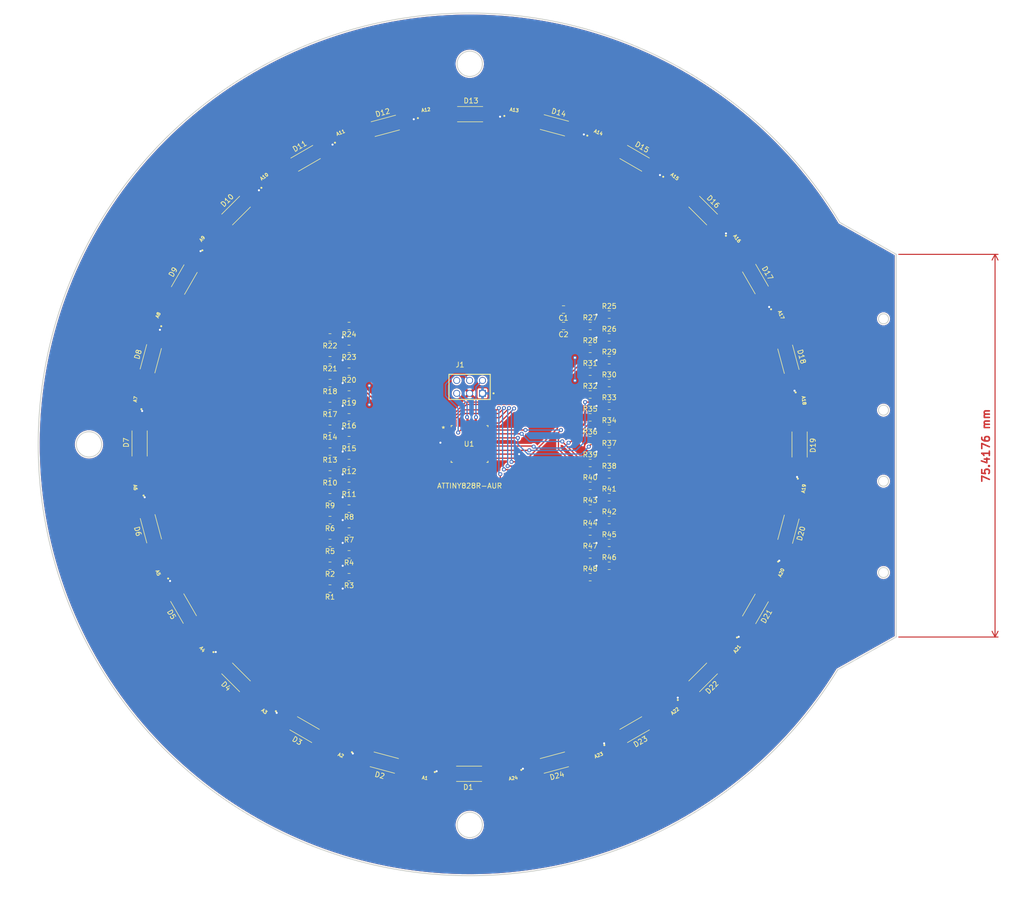
<source format=kicad_pcb>
(kicad_pcb (version 20211014) (generator pcbnew)
  (layers (0 "F.Cu" signal) (31 "B.Cu" signal) (34 "B.Paste" user) (35 "F.Paste" user) (36 "B.SilkS" user "B.Silkscreen") (37 "F.SilkS" user "F.Silkscreen") (38 "B.Mask" user) (39 "F.Mask" user) (44 "Edge.Cuts" user))
  (net 0 "")
  (net 1 "+5V")
  (net 2 "/SEN1")
  (net 3 "/SEN2")
  (net 4 "/SEN3")
  (net 5 "/SEN4")
  (net 6 "/SEN5")
  (net 7 "/SEN6")
  (net 8 "/SEN7")
  (net 9 "/SEN8")
  (net 10 "/SEN9")
  (net 11 "/SEN10")
  (net 12 "/SEN11")
  (net 13 "/SEN12")
  (net 14 "/SEN13")
  (net 15 "/SEN14")
  (net 16 "/SEN15")
  (net 17 "/SEN16")
  (net 18 "/SEN17")
  (net 19 "/SEN18")
  (net 20 "/SEN19")
  (net 21 "/SEN20")
  (net 22 "/SEN21")
  (net 23 "/SEN22")
  (net 24 "/SEN23")
  (net 25 "/SEN24")
  (net 26 "GND")
  (net 27 "Net-(D1-PadA)")
  (net 28 "Net-(D2-PadA)")
  (net 29 "Net-(D3-PadA)")
  (net 30 "Net-(D4-PadA)")
  (net 31 "Net-(D5-PadA)")
  (net 32 "Net-(D6-PadA)")
  (net 33 "Net-(D7-PadA)")
  (net 34 "Net-(D8-PadA)")
  (net 35 "Net-(D9-PadA)")
  (net 36 "Net-(D10-PadA)")
  (net 37 "Net-(D11-PadA)")
  (net 38 "Net-(D12-PadA)")
  (net 39 "Net-(D13-PadA)")
  (net 40 "Net-(D14-PadA)")
  (net 41 "Net-(D15-PadA)")
  (net 42 "Net-(D16-PadA)")
  (net 43 "Net-(D17-PadA)")
  (net 44 "Net-(D18-PadA)")
  (net 45 "Net-(D19-PadA)")
  (net 46 "Net-(D20-PadA)")
  (net 47 "Net-(D21-PadA)")
  (net 48 "Net-(D22-PadA)")
  (net 49 "Net-(D23-PadA)")
  (net 50 "Net-(D24-PadA)")
  (net 51 "/SDA{slash}MOSI")
  (net 52 "/SCL")
  (net 53 "/RST")
  (footprint "SPMWHT541ML5XATMS6:LED_SPMWHT541MP5WAPKS4" (layer "F.Cu") (at 233 196.8 -150)
    (fp_text reference "D23")
    (fp_text value "SPMWHT541ML5XATMS6")
  )
  (footprint "SPMWHT541ML5XATMS6:LED_SPMWHT541MP5WAPKS4" (layer "F.Cu") (at 168 196.8 150)
    (fp_text reference "D3")
    (fp_text value "SPMWHT541ML5XATMS6")
  )
  (footprint "ALS-PT19-315C_L177_TR8:XDCR_ALS-PT19-315C_L177_TR8" (layer "F.Cu") (at 240.025 88.9 -37.5)
    (fp_text reference "A15")
    (fp_text value "ALS-PT19-315C/L177/TR8")
  )
  (footprint "ALS-PT19-315C_L177_TR8:XDCR_ALS-PT19-315C_L177_TR8" (layer "F.Cu") (at 252.05 100.85 -52.5)
    (fp_text reference "A16")
    (fp_text value "ALS-PT19-315C/L177/TR8")
  )
  (footprint "Resistor_SMD:R_0805_2012Metric_Pad1.20x1.40mm_HandSolder" (layer "F.Cu") (at 176.75 144.25 180)
    (fp_text reference "R12")
    (fp_text value "10K")
  )
  (footprint "SPMWHT541ML5XATMS6:LED_SPMWHT541MP5WAPKS4" (layer "F.Cu") (at 217.2 77.7 -15)
    (fp_text reference "D14")
    (fp_text value "SPMWHT541ML5XATMS6")
  )
  (footprint "SPMWHT541ML5XATMS6:LED_SPMWHT541MP5WAPKS4" (layer "F.Cu") (at 263.3 123.8 -75)
    (fp_text reference "D18")
    (fp_text value "SPMWHT541ML5XATMS6")
  )
  (footprint "Resistor_SMD:R_0805_2012Metric_Pad1.20x1.40mm_HandSolder" (layer "F.Cu") (at 173 155.5 180)
    (fp_text reference "R6")
    (fp_text value "261R")
  )
  (footprint "Resistor_SMD:R_0805_2012Metric_Pad1.20x1.40mm_HandSolder" (layer "F.Cu") (at 228 155.5)
    (fp_text reference "R42")
    (fp_text value "261R")
  )
  (footprint "SPMWHT541ML5XATMS6:LED_SPMWHT541MP5WAPKS4" (layer "F.Cu") (at 168.2 84.2 30)
    (fp_text reference "D11")
    (fp_text value "SPMWHT541ML5XATMS6")
  )
  (footprint "Resistor_SMD:R_0805_2012Metric_Pad1.20x1.40mm_HandSolder" (layer "F.Cu") (at 173 164.5 180)
    (fp_text reference "R2")
    (fp_text value "261R")
  )
  (footprint "SPMWHT541ML5XATMS6:LED_SPMWHT541MP5WAPKS4" (layer "F.Cu") (at 154.497918 186.497918 135)
    (fp_text reference "D4")
    (fp_text value "SPMWHT541ML5XATMS6")
  )
  (footprint "SPMWHT541ML5XATMS6:LED_SPMWHT541MP5WAPKS4" (layer "F.Cu") (at 183.7 203.3 165)
    (fp_text reference "D2")
    (fp_text value "SPMWHT541ML5XATMS6")
  )
  (footprint "Resistor_SMD:R_0805_2012Metric_Pad1.20x1.40mm_HandSolder" (layer "F.Cu") (at 224.25 153.25)
    (fp_text reference "R43")
    (fp_text value "10K")
  )
  (footprint "ALS-PT19-315C_L177_TR8:XDCR_ALS-PT19-315C_L177_TR8" (layer "F.Cu") (at 192.05 76.05 7.5)
    (fp_text reference "A12")
    (fp_text value "ALS-PT19-315C/L177/TR8")
  )
  (footprint "SPMWHT541ML5XATMS6:LED_SPMWHT541MP5WAPKS4" (layer "F.Cu") (at 200.4 205.5 180)
    (fp_text reference "D1")
    (fp_text value "SPMWHT541ML5XATMS6")
  )
  (footprint "Resistor_SMD:R_0805_2012Metric_Pad1.20x1.40mm_HandSolder" (layer "F.Cu") (at 173 128.5 180)
    (fp_text reference "R18")
    (fp_text value "261R")
  )
  (footprint "Resistor_SMD:R_0805_2012Metric_Pad1.20x1.40mm_HandSolder" (layer "F.Cu") (at 176.75 130.75 180)
    (fp_text reference "R19")
    (fp_text value "10K")
  )
  (footprint "Resistor_SMD:R_0805_2012Metric_Pad1.20x1.40mm_HandSolder" (layer "F.Cu") (at 228 164.5)
    (fp_text reference "R46")
    (fp_text value "261R")
  )
  (footprint "SPMWHT541ML5XATMS6:LED_SPMWHT541MP5WAPKS4" (layer "F.Cu") (at 144.3 108.1 60)
    (fp_text reference "D9")
    (fp_text value "SPMWHT541ML5XATMS6")
  )
  (footprint "SPMWHT541ML5XATMS6:LED_SPMWHT541MP5WAPKS4" (layer "F.Cu") (at 144.15 172.940192 120)
    (fp_text reference "D5")
    (fp_text value "SPMWHT541ML5XATMS6")
  )
  (footprint "SPMWHT541ML5XATMS6:LED_SPMWHT541MP5WAPKS4" (layer "F.Cu") (at 265.5 140.6 -90)
    (fp_text reference "D19")
    (fp_text value "SPMWHT541ML5XATMS6")
  )
  (footprint "SPMWHT541ML5XATMS6:LED_SPMWHT541MP5WAPKS4" (layer "F.Cu") (at 135.5 140.4 90)
    (fp_text reference "D7")
    (fp_text value "SPMWHT541ML5XATMS6")
  )
  (footprint "Resistor_SMD:R_0805_2012Metric_Pad1.20x1.40mm_HandSolder" (layer "F.Cu") (at 173 160 180)
    (fp_text reference "R5")
    (fp_text value "261R")
  )
  (footprint "ALS-PT19-315C_L177_TR8:XDCR_ALS-PT19-315C_L177_TR8" (layer "F.Cu") (at 191.91 204.93 172.5)
    (fp_text reference "A1")
    (fp_text value "ALS-PT19-315C/L177/TR8")
  )
  (footprint "Resistor_SMD:R_0805_2012Metric_Pad1.20x1.40mm_HandSolder" (layer "F.Cu") (at 173 133 180)
    (fp_text reference "R17")
    (fp_text value "261R")
  )
  (footprint "ALS-PT19-315C_L177_TR8:XDCR_ALS-PT19-315C_L177_TR8" (layer "F.Cu") (at 260.6 165.3 -112.5)
    (fp_text reference "A20")
    (fp_text value "ALS-PT19-315C/L177/TR8")
  )
  (footprint "Resistor_SMD:R_0805_2012Metric_Pad1.20x1.40mm_HandSolder" (layer "F.Cu") (at 228 115)
    (fp_text reference "R25")
    (fp_text value "261R")
  )
  (footprint "ALS-PT19-315C_L177_TR8:XDCR_ALS-PT19-315C_L177_TR8" (layer "F.Cu") (at 160.95 192.1 142.5)
    (fp_text reference "A3")
    (fp_text value "ALS-PT19-315C/L177/TR8")
  )
  (footprint "ALS-PT19-315C_L177_TR8:XDCR_ALS-PT19-315C_L177_TR8" (layer "F.Cu") (at 208.95 204.975 -172.5)
    (fp_text reference "A24")
    (fp_text value "ALS-PT19-315C/L177/TR8")
  )
  (footprint "ALS-PT19-315C_L177_TR8:XDCR_ALS-PT19-315C_L177_TR8" (layer "F.Cu") (at 260.55 115.575 -67.5)
    (fp_text reference "A17")
    (fp_text value "ALS-PT19-315C/L177/TR8")
  )
  (footprint "Resistor_SMD:R_0805_2012Metric_Pad1.20x1.40mm_HandSolder" (layer "F.Cu") (at 224.25 166.75)
    (fp_text reference "R48")
    (fp_text value "10K")
  )
  (footprint "SPMWHT541ML5XATMS6:LED_SPMWHT541MP5WAPKS4" (layer "F.Cu") (at 256.8 173 -120)
    (fp_text reference "D21")
    (fp_text value "SPMWHT541ML5XATMS6")
  )
  (footprint "Resistor_SMD:R_0805_2012Metric_Pad1.20x1.40mm_HandSolder" (layer "F.Cu") (at 176.75 139.75 180)
    (fp_text reference "R15")
    (fp_text value "10K")
  )
  (footprint "Resistor_SMD:R_0805_2012Metric_Pad1.20x1.40mm_HandSolder" (layer "F.Cu") (at 173 169 180)
    (fp_text reference "R1")
    (fp_text value "261R")
  )
  (footprint "Resistor_SMD:R_0805_2012Metric_Pad1.20x1.40mm_HandSolder" (layer "F.Cu") (at 224.25 135.25)
    (fp_text reference "R35")
    (fp_text value "10K")
  )
  (footprint "Resistor_SMD:R_0805_2012Metric_Pad1.20x1.40mm_HandSolder" (layer "F.Cu") (at 224.25 126.25)
    (fp_text reference "R31")
    (fp_text value "10K")
  )
  (footprint "ALS-PT19-315C_L177_TR8:XDCR_ALS-PT19-315C_L177_TR8" (layer "F.Cu") (at 160.875 88.95 37.5)
    (fp_text reference "A10")
    (fp_text value "ALS-PT19-315C/L177/TR8")
  )
  (footprint "Resistor_SMD:R_0805_2012Metric_Pad1.20x1.40mm_HandSolder" (layer "F.Cu") (at 173 146.5 180)
    (fp_text reference "R10")
    (fp_text value "261R")
  )
  (footprint "Resistor_SMD:R_0805_2012Metric_Pad1.20x1.40mm_HandSolder" (layer "F.Cu") (at 224.25 162.25)
    (fp_text reference "R47")
    (fp_text value "10K")
  )
  (footprint "SPMWHT541ML5XATMS6:LED_SPMWHT541MP5WAPKS4" (layer "F.Cu") (at 154.5 94.5 45)
    (fp_text reference "D10")
    (fp_text value "SPMWHT541ML5XATMS6")
  )
  (footprint "SPMWHT541ML5XATMS6:LED_SPMWHT541MP5WAPKS4" (layer "F.Cu") (at 137.7 123.7 75)
    (fp_text reference "D8")
    (fp_text value "SPMWHT541ML5XATMS6")
  )
  (footprint "ATTINY828R-AUR:TQFP32_9X9_MCH" (layer "F.Cu") (at 200.5 140.5)
    (fp_text reference "U1")
    (fp_text value "ATTINY828R-AUR")
  )
  (footprint "Resistor_SMD:R_0805_2012Metric_Pad1.20x1.40mm_HandSolder" (layer "F.Cu") (at 228 124)
    (fp_text reference "R29")
    (fp_text value "261R")
  )
  (footprint "Resistor_SMD:R_0805_2012Metric_Pad1.20x1.40mm_HandSolder" (layer "F.Cu") (at 176.75 135.25 180)
    (fp_text reference "R16")
    (fp_text value "10K")
  )
  (footprint "Resistor_SMD:R_0805_2012Metric_Pad1.20x1.40mm_HandSolder" (layer "F.Cu") (at 224.25 148.75)
    (fp_text reference "R40")
    (fp_text value "10K")
  )
  (footprint "ALS-PT19-315C_L177_TR8:XDCR_ALS-PT19-315C_L177_TR8" (layer "F.Cu") (at 136.05 148.925 97.5)
    (fp_text reference "A6")
    (fp_text value "ALS-PT19-315C/L177/TR8")
  )
  (footprint "Resistor_SMD:R_0805_2012Metric_Pad1.20x1.40mm_HandSolder" (layer "F.Cu") (at 224.25 157.75)
    (fp_text reference "R44")
    (fp_text value "10K")
  )
  (footprint "ALS-PT19-315C_L177_TR8:XDCR_ALS-PT19-315C_L177_TR8" (layer "F.Cu") (at 225.425 200.525 -157.5)
    (fp_text reference "A23")
    (fp_text value "ALS-PT19-315C/L177/TR8")
  )
  (footprint "Resistor_SMD:R_0805_2012Metric_Pad1.20x1.40mm_HandSolder" (layer "F.Cu") (at 224.25 117.25)
    (fp_text reference "R27")
    (fp_text value "10K")
  )
  (footprint "ALS-PT19-315C_L177_TR8:XDCR_ALS-PT19-315C_L177_TR8" (layer "F.Cu") (at 140.425 115.675 67.5)
    (fp_text reference "A8")
    (fp_text value "ALS-PT19-315C/L177/TR8")
  )
  (footprint "ALS-PT19-315C_L177_TR8:XDCR_ALS-PT19-315C_L177_TR8" (layer "F.Cu") (at 148.925 100.95 52.5)
    (fp_text reference "A9")
    (fp_text value "ALS-PT19-315C/L177/TR8")
  )
  (footprint "ALS-PT19-315C_L177_TR8:XDCR_ALS-PT19-315C_L177_TR8" (layer "F.Cu") (at 140.45 165.4 112.5)
    (fp_text reference "A5")
    (fp_text value "ALS-PT19-315C/L177/TR8")
  )
  (footprint "SPMWHT541ML5XATMS6:LED_SPMWHT541MP5WAPKS4" (layer "F.Cu") (at 200.6 75.5)
    (fp_text reference "D13")
    (fp_text value "SPMWHT541ML5XATMS6")
  )
  (footprint "SPMWHT541ML5XATMS6:LED_SPMWHT541MP5WAPKS4" (layer "F.Cu") (at 246.5 186.5 -135)
    (fp_text reference "D22")
    (fp_text value "SPMWHT541ML5XATMS6")
  )
  (footprint "Resistor_SMD:R_0805_2012Metric_Pad1.20x1.40mm_HandSolder" (layer "F.Cu") (at 228 151)
    (fp_text reference "R41")
    (fp_text value "261R")
  )
  (footprint "ALS-PT19-315C_L177_TR8:XDCR_ALS-PT19-315C_L177_TR8" (layer "F.Cu") (at 240.125 192.025 -142.5)
    (fp_text reference "A22")
    (fp_text value "ALS-PT19-315C/L177/TR8")
  )
  (footprint "ALS-PT19-315C_L177_TR8:XDCR_ALS-PT19-315C_L177_TR8" (layer "F.Cu") (at 225.3 80.4 -22.5)
    (fp_text reference "A14")
    (fp_text value "ALS-PT19-315C/L177/TR8")
  )
  (footprint "SPMWHT541ML5XATMS6:LED_SPMWHT541MP5WAPKS4" (layer "F.Cu") (at 263.3 157.3 -105)
    (fp_text reference "D20")
    (fp_text value "SPMWHT541ML5XATMS6")
  )
  (footprint "ALS-PT19-315C_L177_TR8:XDCR_ALS-PT19-315C_L177_TR8" (layer "F.Cu") (at 136.075 131.9 82.5)
    (fp_text reference "A7")
    (fp_text value "ALS-PT19-315C/L177/TR8")
  )
  (footprint "SPMWHT541ML5XATMS6:LED_SPMWHT541MP5WAPKS4" (layer "F.Cu") (at 183.9 77.8 15)
    (fp_text reference "D12")
    (fp_text value "SPMWHT541ML5XATMS6")
  )
  (footprint "Resistor_SMD:R_0805_2012Metric_Pad1.20x1.40mm_HandSolder" (layer "F.Cu") (at 228 160)
    (fp_text reference "R45")
    (fp_text value "261R")
  )
  (footprint "Capacitor_SMD:C_0805_2012Metric_Pad1.18x1.45mm_HandSolder" (layer "F.Cu") (at 219 117.25 180)
    (fp_text reference "C2")
    (fp_text value "0.1UF")
  )
  (footprint "Resistor_SMD:R_0805_2012Metric_Pad1.20x1.40mm_HandSolder" (layer "F.Cu") (at 224.25 139.75)
    (fp_text reference "R36")
    (fp_text value "10K")
  )
  (footprint "Resistor_SMD:R_0805_2012Metric_Pad1.20x1.40mm_HandSolder" (layer "F.Cu") (at 228 119.5)
    (fp_text reference "R26")
    (fp_text value "261R")
  )
  (footprint "Resistor_SMD:R_0805_2012Metric_Pad1.20x1.40mm_HandSolder" (layer "F.Cu") (at 173 142 180)
    (fp_text reference "R13")
    (fp_text value "261R")
  )
  (footprint "Resistor_SMD:R_0805_2012Metric_Pad1.20x1.40mm_HandSolder" (layer "F.Cu") (at 224.25 121.75)
    (fp_text reference "R28")
    (fp_text value "10K")
  )
  (footprint "Resistor_SMD:R_0805_2012Metric_Pad1.20x1.40mm_HandSolder" (layer "F.Cu") (at 173 119.5 180)
    (fp_text reference "R22")
    (fp_text value "261R")
  )
  (footprint "Resistor_SMD:R_0805_2012Metric_Pad1.20x1.40mm_HandSolder" (layer "F.Cu") (at 176.75 166.75 180)
    (fp_text reference "R3")
    (fp_text value "10K")
  )
  (footprint "SPMWHT541ML5XATMS6:LED_SPMWHT541MP5WAPKS4" (layer "F.Cu") (at 217.2 203.3 -165)
    (fp_text reference "D24")
    (fp_text value "SPMWHT541ML5XATMS6")
  )
  (footprint "Resistor_SMD:R_0805_2012Metric_Pad1.20x1.40mm_HandSolder" (layer "F.Cu") (at 228 146.5)
    (fp_text reference "R38")
    (fp_text value "261R")
  )
  (footprint "Resistor_SMD:R_0805_2012Metric_Pad1.20x1.40mm_HandSolder" (layer "F.Cu") (at 176.75 117.25 180)
    (fp_text reference "R24")
    (fp_text value "10K")
  )
  (footprint "Resistor_SMD:R_0805_2012Metric_Pad1.20x1.40mm_HandSolder" (layer "F.Cu") (at 228 128.5)
    (fp_text reference "R30")
    (fp_text value "261R")
  )
  (footprint "ALS-PT19-315C_L177_TR8:XDCR_ALS-PT19-315C_L177_TR8" (layer "F.Cu") (at 252.1 180.025 -127.5)
    (fp_text reference "A21")
    (fp_text value "ALS-PT19-315C/L177/TR8")
  )
  (footprint "Resistor_SMD:R_0805_2012Metric_Pad1.20x1.40mm_HandSolder" (layer "F.Cu") (at 176.75 157.75 180)
    (fp_text reference "R7")
    (fp_text value "10K")
  )
  (footprint "Resistor_SMD:R_0805_2012Metric_Pad1.20x1.40mm_HandSolder" (layer "F.Cu") (at 176.75 126.25 180)
    (fp_text reference "R20")
    (fp_text value "10K")
  )
  (footprint "SPMWHT541ML5XATMS6:LED_SPMWHT541MP5WAPKS4" (layer "F.Cu") (at 233 84.2 -30)
    (fp_text reference "D15")
    (fp_text value "SPMWHT541ML5XATMS6")
  )
  (footprint "ALS-PT19-315C_L177_TR8:XDCR_ALS-PT19-315C_L177_TR8" (layer "F.Cu") (at 264.925 149.075 -97.5)
    (fp_text reference "A19")
    (fp_text value "ALS-PT19-315C/L177/TR8")
  )
  (footprint "Resistor_SMD:R_0805_2012Metric_Pad1.20x1.40mm_HandSolder" (layer "F.Cu") (at 228 133)
    (fp_text reference "R33")
    (fp_text value "261R")
  )
  (footprint "Resistor_SMD:R_0805_2012Metric_Pad1.20x1.40mm_HandSolder" (layer "F.Cu") (at 173 124 180)
    (fp_text reference "R21")
    (fp_text value "261R")
  )
  (footprint "Resistor_SMD:R_0805_2012Metric_Pad1.20x1.40mm_HandSolder" (layer "F.Cu") (at 228 137.5)
    (fp_text reference "R34")
    (fp_text value "261R")
  )
  (footprint "Resistor_SMD:R_0805_2012Metric_Pad1.20x1.40mm_HandSolder" (layer "F.Cu") (at 176.75 148.75 180)
    (fp_text reference "R11")
    (fp_text value "10K")
  )
  (footprint "SSQ-103-01-T-D:SAMTEC_SSQ-103-01-T-D" (layer "F.Cu") (at 200.5 129.25)
    (fp_text reference "J1")
    (fp_text value "SSQ-103-01-T-D")
  )
  (footprint "Resistor_SMD:R_0805_2012Metric_Pad1.20x1.40mm_HandSolder" (layer "F.Cu") (at 176.75 162.25 180)
    (fp_text reference "R4")
    (fp_text value "10K")
  )
  (footprint "ALS-PT19-315C_L177_TR8:XDCR_ALS-PT19-315C_L177_TR8" (layer "F.Cu") (at 175.7 200.575 157.5)
    (fp_text reference "A2")
    (fp_text value "ALS-PT19-315C/L177/TR8")
  )
  (footprint "Resistor_SMD:R_0805_2012Metric_Pad1.20x1.40mm_HandSolder" (layer "F.Cu") (at 173 137.5 180)
    (fp_text reference "R14")
    (fp_text value "261R")
  )
  (footprint "Capacitor_SMD:C_0805_2012Metric_Pad1.18x1.45mm_HandSolder" (layer "F.Cu") (at 219 114 180)
    (fp_text reference "C1")
    (fp_text value "0.1UF")
  )
  (footprint "SPMWHT541ML5XATMS6:LED_SPMWHT541MP5WAPKS4" (layer "F.Cu") (at 256.8 108 -60)
    (fp_text reference "D17")
    (fp_text value "SPMWHT541ML5XATMS6")
  )
  (footprint "Resistor_SMD:R_0805_2012Metric_Pad1.20x1.40mm_HandSolder" (layer "F.Cu") (at 224.25 130.75)
    (fp_text reference "R32")
    (fp_text value "10K")
  )
  (footprint "ALS-PT19-315C_L177_TR8:XDCR_ALS-PT19-315C_L177_TR8" (layer "F.Cu") (at 264.95 132.075 -82.5)
    (fp_text reference "A18")
    (fp_text value "ALS-PT19-315C/L177/TR8")
  )
  (footprint "Resistor_SMD:R_0805_2012Metric_Pad1.20x1.40mm_HandSolder" (layer "F.Cu") (at 176.75 121.75 180)
    (fp_text reference "R23")
    (fp_text value "10K")
  )
  (footprint "ALS-PT19-315C_L177_TR8:XDCR_ALS-PT19-315C_L177_TR8" (layer "F.Cu") (at 148.975 180.13 127.5)
    (fp_text reference "A4")
    (fp_text value "ALS-PT19-315C/L177/TR8")
  )
  (footprint "SPMWHT541ML5XATMS6:LED_SPMWHT541MP5WAPKS4" (layer "F.Cu") (at 137.722354 157.210222 105)
    (fp_text reference "D6")
    (fp_text value "SPMWHT541ML5XATMS6")
  )
  (footprint "Resistor_SMD:R_0805_2012Metric_Pad1.20x1.40mm_HandSolder" (layer "F.Cu") (at 224.25 144.25)
    (fp_text reference "R39")
    (fp_text value "10K")
  )
  (footprint "ALS-PT19-315C_L177_TR8:XDCR_ALS-PT19-315C_L177_TR8" (layer "F.Cu") (at 175.6 80.45 22.5)
    (fp_text reference "A11")
    (fp_text value "ALS-PT19-315C/L177/TR8")
  )
  (footprint "Resistor_SMD:R_0805_2012Metric_Pad1.20x1.40mm_HandSolder" (layer "F.Cu") (at 173 151 180)
    (fp_text reference "R9")
    (fp_text value "261R")
  )
  (footprint "ALS-PT19-315C_L177_TR8:XDCR_ALS-PT19-315C_L177_TR8" (layer "F.Cu") (at 209.075 76.075 -7.5)
    (fp_text reference "A13")
    (fp_text value "ALS-PT19-315C/L177/TR8")
  )
  (footprint "Resistor_SMD:R_0805_2012Metric_Pad1.20x1.40mm_HandSolder" (layer "F.Cu") (at 176.75 153.25 180)
    (fp_text reference "R8")
    (fp_text value "10K")
  )
  (footprint "SPMWHT541ML5XATMS6:LED_SPMWHT541MP5WAPKS4" (layer "F.Cu") (at 246.5 94.5 -45)
    (fp_text reference "D16")
    (fp_text value "SPMWHT541ML5XATMS6")
  )
  (footprint "Resistor_SMD:R_0805_2012Metric_Pad1.20x1.40mm_HandSolder" (layer "F.Cu") (at 228 142)
    (fp_text reference "R37")
    (fp_text value "261R")
  )
  (gr_line (start 284.531283 103.125508) (end 273.408078 96.829352) (layer "Edge.Cuts") (width 0.2))
  (gr_line (start 273 185) (end 284.531283 178.543143) (layer "Edge.Cuts") (width 0.2))
  (gr_circle (center 282.031283 133.834325) (end 283.031283 133.834325) (layer "Edge.Cuts") (width 0.2) (fill none))
  (gr_line (start 284.531283 178.543143) (end 284.531283 103.125508) (layer "Edge.Cuts") (width 0.2))
  (gr_circle (center 125.531283 140.578327) (end 128.031283 140.578327) (layer "Edge.Cuts") (width 0.2) (fill none))
  (gr_circle (center 282.031283 147.834325) (end 283.031283 147.834325) (layer "Edge.Cuts") (width 0.2) (fill none))
  (gr_circle (center 200.531283 65.578327) (end 203.031283 65.578327) (layer "Edge.Cuts") (width 0.2) (fill none))
  (gr_circle (center 282.031283 115.834325) (end 283.031283 115.834325) (layer "Edge.Cuts") (width 0.2) (fill none))
  (gr_circle (center 200.531283 215.578327) (end 203.031283 215.578327) (layer "Edge.Cuts") (width 0.2) (fill none))
  (gr_circle (center 282.031283 165.834325) (end 283.031283 165.834325) (layer "Edge.Cuts") (width 0.2) (fill none))
  (gr_arc (start 273 185) (mid 115.532194 140.184928) (end 273.408078 96.829352) (layer "Edge.Cuts") (width 0.2))
  (dimension (type aligned) (layer "F.Cu") (pts (xy 284.531283 178.543143) (xy 284.531283 103.125508)) (height 19.468717) (gr_text "75.4176 mm" (at 302.2 140.834326 90) (layer "F.Cu") (effects (font (size 1.5 1.5) (thickness 0.3)))) (format (units 3) (units_format 1) (precision 4)) (style (thickness 0.2) (arrow_length 1.27) (text_position_mode 0) (extension_height 0.58642) (extension_offset 0.5) keep_text_aligned))
  (segment (start 189.852105 76.147895) (end 189.5 76.5) (width 0.25) (layer "F.Cu") (net 1))
  (segment (start 176.39291 200.862013) (end 176.862013 200.862013) (width 0.25) (layer "F.Cu") (net 1))
  (segment (start 225.5 115) (end 224.5 114) (width 0.25) (layer "F.Cu") (net 1))
  (segment (start 252.556571 179.429985) (end 252.570015 179.429985) (width 0.25) (layer "F.Cu") (net 1))
  (segment (start 140.737013 166.09291) (end 140.737013 166.737013) (width 0.25) (layer "F.Cu") (net 1))
  (segment (start 148.468429 101.545015) (end 148.454985 101.545015) (width 0.25) (layer "F.Cu") (net 1))
  (segment (start 140.737013 166.737013) (end 141.5 167.5) (width 0.25) (layer "F.Cu") (net 1))
  (segment (start 136.147895 150.647895) (end 136.5 151) (width 0.25) (layer "F.Cu") (net 1))
  (segment (start 209.693584 204.877105) (end 210.622895 204.877105) (width 0.25) (layer "F.Cu") (net 1))
  (segment (start 136.147895 149.668584) (end 136.147895 150.647895) (width 0.25) (layer "F.Cu") (net 1))
  (segment (start 140.137987 117.362013) (end 139.5 118) (width 0.25) (layer "F.Cu") (net 1))
  (segment (start 226.11791 200.237987) (end 226.262013 200.237987) (width 0.25) (layer "F.Cu") (net 1))
  (segment (start 225.5 164.5) (end 227 164.5) (width 0.25) (layer "F.Cu") (net 1))
  (segment (start 260.887013 164.112987) (end 261.5 163.5) (width 0.25) (layer "F.Cu") (net 1))
  (segment (start 224.5 114) (end 220.0375 114) (width 0.25) (layer "F.Cu") (net 1))
  (segment (start 265.022895 148.331416) (end 265.022895 147.022895) (width 0.25) (layer "F.Cu") (net 1))
  (segment (start 260.262987 114.262987) (end 259.5 113.5) (width 0.25) (layer "F.Cu") (net 1))
  (segment (start 227 124) (end 225.5 124) (width 0.25) (layer "F.Cu") (net 1))
  (segment (start 252.570015 179.429985) (end 253.5 178.5) (width 0.25) (layer "F.Cu") (net 1))
  (segment (start 264.852105 130.352105) (end 264.5 130) (width 0.25) (layer "F.Cu") (net 1))
  (segment (start 175.5 137.5) (end 174 137.5) (width 0.25) (layer "F.Cu") (net 1))
  (segment (start 160.279985 89.406571) (end 160.093429 89.406571) (width 0.25) (layer "F.Cu") (net 1))
  (segment (start 135.977105 133.977105) (end 136 134) (width 0.25) (layer "F.Cu") (net 1))
  (segment (start 260.887013 164.60709) (end 260.887013 164.112987) (width 0.25) (layer "F.Cu") (net 1))
  (segment (start 223.612987 80.112987) (end 223 79.5) (width 0.25) (layer "F.Cu") (net 1))
  (segment (start 265.022895 147.022895) (end 265 147) (width 0.25) (layer "F.Cu") (net 1))
  (segment (start 226.262013 200.237987) (end 227 199.5) (width 0.25) (layer "F.Cu") (net 1))
  (segment (start 251.593429 100.254985) (end 251.593429 99.593429) (width 0.25) (layer "F.Cu") (net 1))
  (segment (start 175.5 164.5) (end 174 164.5) (width 0.25) (layer "F.Cu") (net 1))
  (segment (start 175.5 119.5) (end 174 119.5) (width 0.25) (layer "F.Cu") (net 1))
  (segment (start 140.137987 116.36791) (end 140.137987 117.362013) (width 0.25) (layer "F.Cu") (net 1))
  (segment (start 227 137.5) (end 225.25 137.5) (width 0.25) (layer "F.Cu") (net 1))
  (segment (start 175.5 146.5) (end 174 146.5) (width 0.25) (layer "F.Cu") (net 1))
  (segment (start 148.454985 101.545015) (end 147.5 102.5) (width 0.25) (layer "F.Cu") (net 1))
  (segment (start 227 160) (end 225.5 160) (width 0.25) (layer "F.Cu") (net 1))
  (segment (start 227 128.5) (end 225.5 128.5) (width 0.25) (layer "F.Cu") (net 1))
  (segment (start 175.5 133) (end 174 133) (width 0.25) (layer "F.Cu") (net 1))
  (segment (start 264.852105 131.331416) (end 264.852105 130.352105) (width 0.25) (layer "F.Cu") (net 1))
  (segment (start 175.5 160) (end 174 160) (width 0.25) (layer "F.Cu") (net 1))
  (segment (start 175.5 142) (end 174 142) (width 0.25) (layer "F.Cu") (net 1))
  (segment (start 227 146.5) (end 225.5 146.5) (width 0.25) (layer "F.Cu") (net 1))
  (segment (start 135.977105 132.643584) (end 135.977105 133.977105) (width 0.25) (layer "F.Cu") (net 1))
  (segment (start 175.5 155.5) (end 174 155.5) (width 0.25) (layer "F.Cu") (net 1))
  (segment (start 238.943429 88.443429) (end 238 87.5) (width 0.25) (layer "F.Cu") (net 1))
  (segment (start 227 115) (end 225.5 115) (width 0.25) (layer "F.Cu") (net 1))
  (segment (start 160.093429 89.406571) (end 159 90.5) (width 0.25) (layer "F.Cu") (net 1))
  (segment (start 227 133) (end 225.5 133) (width 0.25) (layer "F.Cu") (net 1))
  (segment (start 204.619 142.5) (end 210.25 142.5) (width 0.25) (layer "F.Cu") (net 1))
  (segment (start 239.429985 88.443429) (end 238.943429 88.443429) (width 0.25) (layer "F.Cu") (net 1))
  (segment (start 176.862013 200.862013) (end 177.5 201.5) (width 0.25) (layer "F.Cu") (net 1))
  (segment (start 227 142) (end 225.5 142) (width 0.25) (layer "F.Cu") (net 1))
  (segment (start 220.0375 114) (end 220.0375 117.25) (width 0.25) (layer "F.Cu") (net 1))
  (segment (start 193.972105 205.027895) (end 194 205) (width 0.25) (layer "F.Cu") (net 1))
  (segment (start 161.556571 192.556571) (end 162.5 193.5) (width 0.25) (layer "F.Cu") (net 1))
  (segment (start 224.60709 80.112987) (end 223.612987 80.112987) (width 0.25) (layer "F.Cu") (net 1))
  (segment (start 194.9 140.1) (end 194.75 140.25) (width 0.25) (layer "F.Cu") (net 1))
  (segment (start 227 119.5) (end 225.5 119.5) (width 0.25) (layer "F.Cu") (net 1))
  (segment (start 251.593429 99.593429) (end 251 99) (width 0.25) (layer "F.Cu") (net 1))
  (segment (start 161.545015 192.556571) (end 161.556571 192.556571) (width 0.25) (layer "F.Cu") (net 1))
  (segment (start 206.522895 75.977105) (end 206.5 76) (width 0.25) (layer "F.Cu") (net 1))
  (segment (start 227 155.5) (end 225.5 155.5) (width 0.25) (layer "F.Cu") (net 1))
  (segment (start 260.262987 114.88209) (end 260.262987 114.262987) (width 0.25) (layer "F.Cu") (net 1))
  (segment (start 174.262987 80.737013) (end 173.5 81.5) (width 0.25) (layer "F.Cu") (net 1))
  (segment (start 196.381 140.1) (end 194.9 140.1) (width 0.25) (layer "F.Cu") (net 1))
  (segment (start 208.331416 75.977105) (end 206.522895 75.977105) (width 0.25) (layer "F.Cu") (net 1))
  (segment (start 192.653584 205.027895) (end 193.972105 205.027895) (width 0.25) (layer "F.Cu") (net 1))
  (segment (start 149.725015 180.725015) (end 150.5 181.5) (width 0.25) (layer "F.Cu") (net 1))
  (segment (start 191.306416 76.147895) (end 189.852105 76.147895) (width 0.25) (layer "F.Cu") (net 1))
  (segment (start 175.5 151) (end 174 151) (width 0.25) (layer "F.Cu") (net 1))
  (segment (start 149.431571 180.725015) (end 149.725015 180.725015) (width 0.25) (layer "F.Cu") (net 1))
  (segment (start 175.5 124) (end 174 124) (width 0.25) (layer "F.Cu") (net 1))
  (segment (start 240.720015 191.568429) (end 240.720015 191.279985) (width 0.25) (layer "F.Cu") (net 1))
  (segment (start 175.5 128.5) (end 174 128.5) (width 0.25) (layer "F.Cu") (net 1))
  (segment (start 240.720015 191.279985) (end 241.5 190.5) (width 0.25) (layer "F.Cu") (net 1))
  (segment (start 227 151) (end 225.5 151) (width 0.25) (layer "F.Cu") (net 1))
  (segment (start 210.622895 204.877105) (end 211 204.5) (width 0.25) (layer "F.Cu") (net 1))
  (segment (start 174.90709 80.737013) (end 174.262987 80.737013) (width 0.25) (layer "F.Cu") (net 1))
  (segment (start 174 169) (end 175.5 169) (width 0.25) (layer "F.Cu") (net 1))
  (via (at 253.5 178.5) (size 0.8) (drill 0.4) (layers "F.Cu" "B.Cu") (net 1))
  (via (at 147.5 102.5) (size 0.8) (drill 0.4) (layers "F.Cu" "B.Cu") (net 1))
  (via (at 175.5 124) (size 0.8) (drill 0.4) (layers "F.Cu" "B.Cu") (net 1))
  (via (at 175.5 133) (size 0.8) (drill 0.4) (layers "F.Cu" "B.Cu") (net 1))
  (via (at 227 199.5) (size 0.8) (drill 0.4) (layers "F.Cu" "B.Cu") (net 1))
  (via (at 206.5 76) (size 0.8) (drill 0.4) (layers "F.Cu" "B.Cu") (net 1))
  (via (at 261.5 163.5) (size 0.8) (drill 0.4) (layers "F.Cu" "B.Cu") (net 1))
  (via (at 223 79.5) (size 0.8) (drill 0.4) (layers "F.Cu" "B.Cu") (net 1))
  (via (at 175.5 155.5) (size 0.8) (drill 0.4) (layers "F.Cu" "B.Cu") (net 1))
  (via (at 189.5 76.5) (size 0.8) (drill 0.4) (layers "F.Cu" "B.Cu") (net 1))
  (via (at 136.5 151) (size 0.8) (drill 0.4) (layers "F.Cu" "B.Cu") (net 1))
  (via (at 225.5 115) (size 0.8) (drill 0.4) (layers "F.Cu" "B.Cu") (net 1))
  (via (at 141.5 167.5) (size 0.8) (drill 0.4) (layers "F.Cu" "B.Cu") (net 1))
  (via (at 264.5 130) (size 0.8) (drill 0.4) (layers "F.Cu" "B.Cu") (net 1))
  (via (at 225.5 128.5) (size 0.8) (drill 0.4) (layers "F.Cu" "B.Cu") (net 1))
  (via (at 150.5 181.5) (size 0.8) (drill 0.4) (layers "F.Cu" "B.Cu") (net 1))
  (via (at 175.5 160) (size 0.8) (drill 0.4) (layers "F.Cu" "B.Cu") (net 1))
  (via (at 175.5 142) (size 0.8) (drill 0.4) (layers "F.Cu" "B.Cu") (net 1))
  (via (at 159 90.5) (size 0.8) (drill 0.4) (layers "F.Cu" "B.Cu") (net 1))
  (via (at 162.5 193.5) (size 0.8) (drill 0.4) (layers "F.Cu" "B.Cu") (net 1))
  (via (at 211 204.5) (size 0.8) (drill 0.4) (layers "F.Cu" "B.Cu") (net 1))
  (via (at 175.5 146.5) (size 0.8) (drill 0.4) (layers "F.Cu" "B.Cu") (net 1))
  (via (at 225.5 142) (size 0.8) (drill 0.4) (layers "F.Cu" "B.Cu") (net 1))
  (via (at 225.5 146.5) (size 0.8) (drill 0.4) (layers "F.Cu" "B.Cu") (net 1))
  (via (at 173.5 81.5) (size 0.8) (drill 0.4) (layers "F.Cu" "B.Cu") (net 1))
  (via (at 175.5 128.5) (size 0.8) (drill 0.4) (layers "F.Cu" "B.Cu") (net 1))
  (via (at 210.25 142.5) (size 0.8) (drill 0.4) (layers "F.Cu" "B.Cu") (net 1))
  (via (at 238 87.5) (size 0.8) (drill 0.4) (layers "F.Cu" "B.Cu") (net 1))
  (via (at 139.5 118) (size 0.8) (drill 0.4) (layers "F.Cu" "B.Cu") (net 1))
  (via (at 175.5 137.5) (size 0.8) (drill 0.4) (layers "F.Cu" "B.Cu") (net 1))
  (via (at 175.5 119.5) (size 0.8) (drill 0.4) (layers "F.Cu" "B.Cu") (net 1))
  (via (at 265 147) (size 0.8) (drill 0.4) (layers "F.Cu" "B.Cu") (net 1))
  (via (at 175.5 169) (size 0.8) (drill 0.4) (layers "F.Cu" "B.Cu") (net 1))
  (via (at 177.5 201.5) (size 0.8) (drill 0.4) (layers "F.Cu" "B.Cu") (net 1))
  (via (at 225.5 119.5) (size 0.8) (drill 0.4) (layers "F.Cu" "B.Cu") (net 1))
  (via (at 225.5 124) (size 0.8) (drill 0.4) (layers "F.Cu" "B.Cu") (net 1))
  (via (at 225.5 151) (size 0.8) (drill 0.4) (layers "F.Cu" "B.Cu") (net 1))
  (via (at 225.5 155.5) (size 0.8) (drill 0.4) (layers "F.Cu" "B.Cu") (net 1))
  (via (at 225.25 137.5) (size 0.8) (drill 0.4) (layers "F.Cu" "B.Cu") (net 1))
  (via (at 225.5 160) (size 0.8) (drill 0.4) (layers "F.Cu" "B.Cu") (net 1))
  (via (at 194.75 140.25) (size 0.8) (drill 0.4) (layers "F.Cu" "B.Cu") (net 1))
  (via (at 251 99) (size 0.8) (drill 0.4) (layers "F.Cu" "B.Cu") (net 1))
  (via (at 259.5 113.5) (size 0.8) (drill 0.4) (layers "F.Cu" "B.Cu") (net 1))
  (via (at 241.5 190.5) (size 0.8) (drill 0.4) (layers "F.Cu" "B.Cu") (net 1))
  (via (at 136 134) (size 0.8) (drill 0.4) (layers "F.Cu" "B.Cu") (net 1))
  (via (at 225.5 133) (size 0.8) (drill 0.4) (layers "F.Cu" "B.Cu") (net 1))
  (via (at 175.5 164.5) (size 0.8) (drill 0.4) (layers "F.Cu" "B.Cu") (net 1))
  (via (at 194 205) (size 0.8) (drill 0.4) (layers "F.Cu" "B.Cu") (net 1))
  (via (at 175.5 151) (size 0.8) (drill 0.4) (layers "F.Cu" "B.Cu") (net 1))
  (via (at 225.5 164.5) (size 0.8) (drill 0.4) (layers "F.Cu" "B.Cu") (net 1))
  (segment (start 203.3 145.4536) (end 183.0286 165.725) (width 0.25) (layer "F.Cu") (net 2))
  (segment (start 183.0286 165.725) (end 176.775 165.725) (width 0.25) (layer "F.Cu") (net 2))
  (segment (start 175.75 166.75) (end 170.25 166.75) (width 0.25) (layer "F.Cu") (net 2))
  (segment (start 189.332105 204.832105) (end 191.166416 204.832105) (width 0.25) (layer "F.Cu") (net 2))
  (segment (start 176.775 165.725) (end 175.75 166.75) (width 0.25) (layer "F.Cu") (net 2))
  (segment (start 203.3 144.619) (end 203.3 145.4536) (width 0.25) (layer "F.Cu") (net 2))
  (segment (start 170.25 166.75) (end 168.75 168.25) (width 0.25) (layer "F.Cu") (net 2))
  (segment (start 168.75 184.25) (end 189.332105 204.832105) (width 0.25) (layer "F.Cu") (net 2))
  (segment (start 168.75 168.25) (end 168.75 184.25) (width 0.25) (layer "F.Cu") (net 2))
  (segment (start 202.5 145.6) (end 186.875 161.225) (width 0.25) (layer "F.Cu") (net 3))
  (segment (start 176.775 161.225) (end 175.75 162.25) (width 0.25) (layer "F.Cu") (net 3))
  (segment (start 202.5 144.619) (end 202.5 145.6) (width 0.25) (layer "F.Cu") (net 3))
  (segment (start 166.5 166) (end 166.5 191.363604) (width 0.25) (layer "F.Cu") (net 3))
  (segment (start 166.5 191.363604) (end 175.00709 199.870694) (width 0.25) (layer "F.Cu") (net 3))
  (segment (start 175.75 162.25) (end 170.25 162.25) (width 0.25) (layer "F.Cu") (net 3))
  (segment (start 170.25 162.25) (end 166.5 166) (width 0.25) (layer "F.Cu") (net 3))
  (segment (start 186.875 161.225) (end 176.775 161.225) (width 0.25) (layer "F.Cu") (net 3))
  (segment (start 175.00709 199.870694) (end 175.00709 200.287987) (width 0.25) (layer "F.Cu") (net 3))
  (segment (start 190.4286 156.725) (end 176.775 156.725) (width 0.25) (layer "F.Cu") (net 4))
  (segment (start 169 157.75) (end 160.354985 166.395015) (width 0.25) (layer "F.Cu") (net 4))
  (segment (start 175.75 157.75) (end 169 157.75) (width 0.25) (layer "F.Cu") (net 4))
  (segment (start 201.7 144.619) (end 201.7 145.4536) (width 0.25) (layer "F.Cu") (net 4))
  (segment (start 160.354985 166.395015) (end 160.354985 191.643429) (width 0.25) (layer "F.Cu") (net 4))
  (segment (start 201.7 145.4536) (end 190.4286 156.725) (width 0.25) (layer "F.Cu") (net 4))
  (segment (start 176.775 156.725) (end 175.75 157.75) (width 0.25) (layer "F.Cu") (net 4))
  (segment (start 175.75 153.25) (end 164 153.25) (width 0.25) (layer "F.Cu") (net 5))
  (segment (start 176.775 152.225) (end 175.75 153.25) (width 0.25) (layer "F.Cu") (net 5))
  (segment (start 164 153.25) (end 148.518429 168.731571) (width 0.25) (layer "F.Cu") (net 5))
  (segment (start 148.518429 168.731571) (end 148.518429 179.534985) (width 0.25) (layer "F.Cu") (net 5))
  (segment (start 200.9 145.4536) (end 194.1286 152.225) (width 0.25) (layer "F.Cu") (net 5))
  (segment (start 200.9 144.619) (end 200.9 145.4536) (width 0.25) (layer "F.Cu") (net 5))
  (segment (start 194.1286 152.225) (end 176.775 152.225) (width 0.25) (layer "F.Cu") (net 5))
  (segment (start 176.775 147.725) (end 175.75 148.75) (width 0.25) (layer "F.Cu") (net 6))
  (segment (start 200.1 145.4536) (end 197.8286 147.725) (width 0.25) (layer "F.Cu") (net 6))
  (segment (start 140.224497 164.70709) (end 140.162987 164.70709) (width 0.25) (layer "F.Cu") (net 6))
  (segment (start 175.75 149.25) (end 155.681587 149.25) (width 0.25) (layer "F.Cu") (net 6))
  (segment (start 155.681587 149.25) (end 140.224497 164.70709) (width 0.25) (layer "F.Cu") (net 6))
  (segment (start 197.8286 147.725) (end 176.775 147.725) (width 0.25) (layer "F.Cu") (net 6))
  (segment (start 200.1 144.619) (end 200.1 145.4536) (width 0.25) (layer "F.Cu") (net 6))
  (segment (start 199.3 145.6) (end 197.65 147.25) (width 0.25) (layer "F.Cu") (net 7))
  (segment (start 199.3 144.619) (end 199.3 145.6) (width 0.25) (layer "F.Cu") (net 7))
  (segment (start 139.883521 144.25) (end 135.952105 148.181416) (width 0.25) (layer "F.Cu") (net 7))
  (segment (start 197.65 147.25) (end 178.75 147.25) (width 0.25) (layer "F.Cu") (net 7))
  (segment (start 175.75 144.25) (end 139.883521 144.25) (width 0.25) (layer "F.Cu") (net 7))
  (segment (start 178.75 147.25) (end 175.75 144.25) (width 0.25) (layer "F.Cu") (net 7))
  (segment (start 182.75 146.75) (end 175.75 139.75) (width 0.25) (layer "F.Cu") (net 8))
  (segment (start 175.75 139.75) (end 144.766479 139.75) (width 0.25) (layer "F.Cu") (net 8))
  (segment (start 198.5 144.619) (end 198.5 145.6) (width 0.25) (layer "F.Cu") (net 8))
  (segment (start 197.35 146.75) (end 182.75 146.75) (width 0.25) (layer "F.Cu") (net 8))
  (segment (start 198.5 145.6) (end 197.35 146.75) (width 0.25) (layer "F.Cu") (net 8))
  (segment (start 144.766479 139.75) (end 136.172895 131.156416) (width 0.25) (layer "F.Cu") (net 8))
  (segment (start 197.7 144.619) (end 185.119 144.619) (width 0.25) (layer "F.Cu") (net 9))
  (segment (start 175.5 135) (end 160.729923 135) (width 0.25) (layer "F.Cu") (net 9))
  (segment (start 185.119 144.619) (end 175.75 135.25) (width 0.25) (layer "F.Cu") (net 9))
  (segment (start 175.75 135.25) (end 175.5 135) (width 0.25) (layer "F.Cu") (net 9))
  (segment (start 160.729923 135) (end 140.712013 114.98209) (width 0.25) (layer "F.Cu") (net 9))
  (segment (start 188.3 143.3) (end 175.75 130.75) (width 0.25) (layer "F.Cu") (net 10))
  (segment (start 149.381571 114.034744) (end 149.381571 100.354985) (width 0.25) (layer "F.Cu") (net 10))
  (segment (start 175.25 130.75) (end 166.096827 130.75) (width 0.25) (layer "F.Cu") (net 10))
  (segment (start 196.381 143.3) (end 188.3 143.3) (width 0.25) (layer "F.Cu") (net 10))
  (segment (start 166.096827 130.75) (end 149.381571 114.034744) (width 0.25) (layer "F.Cu") (net 10))
  (segment (start 161.470015 120.220015) (end 161.470015 88.493429) (width 0.25) (layer "F.Cu") (net 11))
  (segment (start 192.386827 142.5) (end 176.136827 126.25) (width 0.25) (layer "F.Cu") (net 11))
  (segment (start 167.5 126.25) (end 161.470015 120.220015) (width 0.25) (layer "F.Cu") (net 11))
  (segment (start 196.381 142.5) (end 192.386827 142.5) (width 0.25) (layer "F.Cu") (net 11))
  (segment (start 176.136827 126.25) (end 175.75 126.25) (width 0.25) (layer "F.Cu") (net 11))
  (segment (start 175.75 126.25) (end 167.5 126.25) (width 0.25) (layer "F.Cu") (net 11))
  (segment (start 194.95 141.7) (end 175.75 122.5) (width 0.25) (layer "F.Cu") (net 12))
  (segment (start 168.75 121.75) (end 166 119) (width 0.25) (layer "F.Cu") (net 12))
  (segment (start 175.75 122.5) (end 175.75 121.75) (width 0.25) (layer "F.Cu") (net 12))
  (segment (start 196.381 141.7) (end 194.95 141.7) (width 0.25) (layer "F.Cu") (net 12))
  (segment (start 166 94.75) (end 176.29291 84.45709) (width 0.25) (layer "F.Cu") (net 12))
  (segment (start 176.29291 84.45709) (end 176.29291 80.162987) (width 0.25) (layer "F.Cu") (net 12))
  (segment (start 166 119) (end 166 94.75) (width 0.25) (layer "F.Cu") (net 12))
  (segment (start 175.75 121.75) (end 168.75 121.75) (width 0.25) (layer "F.Cu") (net 12))
  (segment (start 175.75 92.995689) (end 192.793584 75.952105) (width 0.25) (layer "F.Cu") (net 13))
  (segment (start 194.8 139.3) (end 181.5 126) (width 0.25) (layer "F.Cu") (net 13))
  (segment (start 175.75 117.25) (end 175.75 92.995689) (width 0.25) (layer "F.Cu") (net 13))
  (segment (start 181.5 123) (end 175.75 117.25) (width 0.25) (layer "F.Cu") (net 13))
  (segment (start 181.5 126) (end 181.5 123) (width 0.25) (layer "F.Cu") (net 13))
  (segment (start 196.381 139.3) (end 194.8 139.3) (width 0.25) (layer "F.Cu") (net 13))
  (segment (start 225.25 117.25) (end 210.25 132.25) (width 0.25) (layer "F.Cu") (net 14))
  (segment (start 210.25 132.25) (end 199.723608 132.25) (width 0.25) (layer "F.Cu") (net 14))
  (segment (start 195.5286 138.5) (end 196.381 138.5) (width 0.25) (layer "F.Cu") (net 14))
  (segment (start 232.75 99.104311) (end 232.75 116.25) (width 0.25) (layer "F.Cu") (net 14))
  (segment (start 195.325 136.648608) (end 195.325 138.2964) (width 0.25) (layer "F.Cu") (net 14))
  (segment (start 195.325 138.2964) (end 195.5286 138.5) (width 0.25) (layer "F.Cu") (net 14))
  (segment (start 209.818584 76.172895) (end 232.75 99.104311) (width 0.25) (layer "F.Cu") (net 14))
  (segment (start 232.75 116.25) (end 231.75 117.25) (width 0.25) (layer "F.Cu") (net 14))
  (segment (start 199.723608 132.25) (end 195.325 136.648608) (width 0.25) (layer "F.Cu") (net 14))
  (segment (start 231.75 117.25) (end 225.25 117.25) (width 0.25) (layer "F.Cu") (net 14))
  (segment (start 225.99291 81.129306) (end 225.99291 80.687013) (width 0.25) (layer "F.Cu") (net 15))
  (segment (start 214.3 132.7) (end 225.25 121.75) (width 0.25) (layer "F.Cu") (net 15))
  (segment (start 233.75 117.25) (end 233.75 88.886396) (width 0.25) (layer "F.Cu") (net 15))
  (segment (start 229.25 121.75) (end 233.75 117.25) (width 0.25) (layer "F.Cu") (net 15))
  (segment (start 196.381 136.229004) (end 199.910004 132.7) (width 0.25) (layer "F.Cu") (net 15))
  (segment (start 196.381 137.7) (end 196.381 136.229004) (width 0.25) (layer "F.Cu") (net 15))
  (segment (start 199.910004 132.7) (end 214.3 132.7) (width 0.25) (layer "F.Cu") (net 15))
  (segment (start 233.75 88.886396) (end 225.99291 81.129306) (width 0.25) (layer "F.Cu") (net 15))
  (segment (start 225.25 121.75) (end 229.25 121.75) (width 0.25) (layer "F.Cu") (net 15))
  (segment (start 211.95 143.3) (end 204.619 143.3) (width 0.25) (layer "F.Cu") (net 16))
  (segment (start 229.5 126) (end 240.620015 114.879985) (width 0.25) (layer "F.Cu") (net 16))
  (segment (start 217.775 133.725) (end 217.775 137.475) (width 0.25) (layer "F.Cu") (net 16))
  (segment (start 240.620015 114.879985) (end 240.620015 89.356571) (width 0.25) (layer "F.Cu") (net 16))
  (segment (start 225.25 126.25) (end 217.775 133.725) (width 0.25) (layer "F.Cu") (net 16))
  (segment (start 217.775 137.475) (end 211.95 143.3) (width 0.25) (layer "F.Cu") (net 16))
  (segment (start 225.25 126) (end 229.5 126) (width 0.25) (layer "F.Cu") (net 16))
  (segment (start 212.25 141.75) (end 204.669 141.75) (width 0.25) (layer "F.Cu") (net 17))
  (segment (start 252.506571 109.993429) (end 252.506571 101.445015) (width 0.25) (layer "F.Cu") (net 17))
  (segment (start 204.669 141.75) (end 204.619 141.7) (width 0.25) (layer "F.Cu") (net 17))
  (segment (start 225.5 130.75) (end 231.75 130.75) (width 0.25) (layer "F.Cu") (net 17))
  (segment (start 231.75 130.75) (end 252.506571 109.993429) (width 0.25) (layer "F.Cu") (net 17))
  (segment (start 224 132.25) (end 225.5 130.75) (width 0.25) (layer "F.Cu") (net 17))
  (segment (start 223.25 132.25) (end 224 132.25) (width 0.25) (layer "F.Cu") (net 17))
  (via (at 223.25 132.25) (size 0.8) (drill 0.4) (layers "F.Cu" "B.Cu") (net 17))
  (via (at 212.25 141.75) (size 0.8) (drill 0.4) (layers "F.Cu" "B.Cu") (net 17))
  (segment (start 221.5 141.75) (end 223.25 140) (width 0.25) (layer "B.Cu") (net 17))
  (segment (start 223.25 140) (end 223.25 132.25) (width 0.25) (layer "B.Cu") (net 17))
  (segment (start 212.25 141.75) (end 221.5 141.75) (width 0.25) (layer "B.Cu") (net 17))
  (segment (start 225.5 135.25) (end 235 135.25) (width 0.25) (layer "F.Cu") (net 18))
  (segment (start 235 135.25) (end 253.98209 116.26791) (width 0.25) (layer "F.Cu") (net 18))
  (segment (start 220 140.25) (end 220.25 140.25) (width 0.25) (layer "F.Cu") (net 18))
  (segment (start 253.98209 116.26791) (end 260.837013 116.26791) (width 0.25) (layer "F.Cu") (net 18))
  (segment (start 213.112701 141.0255) (end 212.987201 140.9) (width 0.25) (layer "F.Cu") (net 18))
  (segment (start 220.25 140.25) (end 225.25 135.25) (width 0.25) (layer "F.Cu") (net 18))
  (segment (start 212.987201 140.9) (end 204.619 140.9) (width 0.25) (layer "F.Cu") (net 18))
  (via (at 213.112701 141.0255) (size 0.8) (drill 0.4) (layers "F.Cu" "B.Cu") (net 18))
  (via (at 220 140.25) (size 0.8) (drill 0.4) (layers "F.Cu" "B.Cu") (net 18))
  (segment (start 213.112701 141.0255) (end 213.387201 141.3) (width 0.25) (layer "B.Cu") (net 18))
  (segment (start 218.95 141.3) (end 220 140.25) (width 0.25) (layer "B.Cu") (net 18))
  (segment (start 213.387201 141.3) (end 218.95 141.3) (width 0.25) (layer "B.Cu") (net 18))
  (segment (start 223.9745 141.0255) (end 225.25 139.75) (width 0.25) (layer "F.Cu") (net 19))
  (segment (start 248.681416 132.818584) (end 265.047895 132.818584) (width 0.25) (layer "F.Cu") (net 19))
  (segment (start 210 139.3) (end 204.619 139.3) (width 0.25) (layer "F.Cu") (net 19))
  (segment (start 225.25 139.75) (end 241.75 139.75) (width 0.25) (layer "F.Cu") (net 19))
  (segment (start 241.75 139.75) (end 248.681416 132.818584) (width 0.25) (layer "F.Cu") (net 19))
  (via (at 210 139.3) (size 0.8) (drill 0.4) (layers "F.Cu" "B.Cu") (net 19))
  (via (at 223.9745 141.0255) (size 0.8) (drill 0.4) (layers "F.Cu" "B.Cu") (net 19))
  (segment (start 211.949695 142.475) (end 222.525 142.475) (width 0.25) (layer "B.Cu") (net 19))
  (segment (start 210 139.3) (end 210 140.525305) (width 0.25) (layer "B.Cu") (net 19))
  (segment (start 222.525 142.475) (end 223.9745 141.0255) (width 0.25) (layer "B.Cu") (net 19))
  (segment (start 210 140.525305) (end 211.949695 142.475) (width 0.25) (layer "B.Cu") (net 19))
  (segment (start 210.75 138.5) (end 204.619 138.5) (width 0.25) (layer "F.Cu") (net 20))
  (segment (start 224.225 143.225) (end 225.25 144.25) (width 0.25) (layer "F.Cu") (net 20))
  (segment (start 218.75 140) (end 218.75 140.025305) (width 0.25) (layer "F.Cu") (net 20))
  (segment (start 238.25 144.25) (end 243.818584 149.818584) (width 0.25) (layer "F.Cu") (net 20))
  (segment (start 225.25 144.25) (end 238.25 144.25) (width 0.25) (layer "F.Cu") (net 20))
  (segment (start 221.949695 143.225) (end 224.225 143.225) (width 0.25) (layer "F.Cu") (net 20))
  (segment (start 243.818584 149.818584) (end 264.827105 149.818584) (width 0.25) (layer "F.Cu") (net 20))
  (segment (start 218.75 140.025305) (end 221.949695 143.225) (width 0.25) (layer "F.Cu") (net 20))
  (via (at 218.75 140) (size 0.8) (drill 0.4) (layers "F.Cu" "B.Cu") (net 20))
  (via (at 210.75 138.5) (size 0.8) (drill 0.4) (layers "F.Cu" "B.Cu") (net 20))
  (segment (start 212.25 140) (end 218.75 140) (width 0.25) (layer "B.Cu") (net 20))
  (segment (start 210.75 138.5) (end 212.25 140) (width 0.25) (layer "B.Cu") (net 20))
  (segment (start 218 141.5) (end 225.25 148.75) (width 0.25) (layer "F.Cu") (net 21))
  (segment (start 237 148.75) (end 254.24291 165.99291) (width 0.25) (layer "F.Cu") (net 21))
  (segment (start 204.669 137.75) (end 204.619 137.7) (width 0.25) (layer "F.Cu") (net 21))
  (segment (start 225.25 148.75) (end 237 148.75) (width 0.25) (layer "F.Cu") (net 21))
  (segment (start 218.5 137.75) (end 218 138.25) (width 0.25) (layer "F.Cu") (net 21))
  (segment (start 211.5 137.75) (end 204.669 137.75) (width 0.25) (layer "F.Cu") (net 21))
  (segment (start 254.24291 165.99291) (end 260.312987 165.99291) (width 0.25) (layer "F.Cu") (net 21))
  (segment (start 218 138.25) (end 218 141.5) (width 0.25) (layer "F.Cu") (net 21))
  (via (at 211.5 137.75) (size 0.8) (drill 0.4) (layers "F.Cu" "B.Cu") (net 21))
  (via (at 218.5 137.75) (size 0.8) (drill 0.4) (layers "F.Cu" "B.Cu") (net 21))
  (segment (start 218.5 137.75) (end 211.5 137.75) (width 0.25) (layer "B.Cu") (net 21))
  (segment (start 209.261613 133.50089) (end 206.381503 136.381) (width 0.25) (layer "F.Cu") (net 22))
  (segment (start 235.25 153.25) (end 251.643429 169.643429) (width 0.25) (layer "F.Cu") (net 22))
  (segment (start 225.25 153.25) (end 216.0245 144.0245) (width 0.25) (layer "F.Cu") (net 22))
  (segment (start 216.0245 144.0245) (end 208.75 144.0245) (width 0.25) (layer "F.Cu") (net 22))
  (segment (start 251.643429 169.643429) (end 251.643429 180.620015) (width 0.25) (layer "F.Cu") (net 22))
  (segment (start 225.25 153.25) (end 235.25 153.25) (width 0.25) (layer "F.Cu") (net 22))
  (segment (start 206.381503 136.381) (end 203.3 136.381) (width 0.25) (layer "F.Cu") (net 22))
  (via (at 208.75 144.0245) (size 0.8) (drill 0.4) (layers "F.Cu" "B.Cu") (net 22))
  (via (at 209.261613 133.50089) (size 0.8) (drill 0.4) (layers "F.Cu" "B.Cu") (net 22))
  (segment (start 208.75 134.012503) (end 209.261613 133.50089) (width 0.25) (layer "B.Cu") (net 22))
  (segment (start 208.75 144.0245) (end 208.75 134.012503) (width 0.25) (layer "B.Cu") (net 22))
  (segment (start 212.347486 144.847486) (end 225.25 157.75) (width 0.25) (layer "F.Cu") (net 23))
  (segment (start 225.25 157.75) (end 233.25 157.75) (width 0.25) (layer "F.Cu") (net 23))
  (segment (start 233.25 157.75) (end 239.529985 164.029985) (width 0.25) (layer "F.Cu") (net 23))
  (segment (start 206.390336 135.325) (end 202.7036 135.325) (width 0.25) (layer "F.Cu") (net 23))
  (segment (start 202.5 135.5286) (end 202.5 136.381) (width 0.25) (layer "F.Cu") (net 23))
  (segment (start 208.265034 133.450302) (end 206.390336 135.325) (width 0.25) (layer "F.Cu") (net 23))
  (segment (start 202.7036 135.325) (end 202.5 135.5286) (width 0.25) (layer "F.Cu") (net 23))
  (segment (start 208 144.847486) (end 212.347486 144.847486) (width 0.25) (layer "F.Cu") (net 23))
  (segment (start 239.529985 164.029985) (end 239.529985 192.481571) (width 0.25) (layer "F.Cu") (net 23))
  (segment (start 208.265034 133.4245) (end 208.265034 133.450302) (width 0.25) (layer "F.Cu") (net 23))
  (via (at 208 144.847486) (size 0.8) (drill 0.4) (layers "F.Cu" "B.Cu") (net 23))
  (via (at 208.265034 133.4245) (size 0.8) (drill 0.4) (layers "F.Cu" "B.Cu") (net 23))
  (segment (start 208.265034 133.4245) (end 208 133.689534) (width 0.25) (layer "B.Cu") (net 23))
  (segment (start 208 133.689534) (end 208 144.847486) (width 0.25) (layer "B.Cu") (net 23))
  (segment (start 225.25 162.25) (end 232.25 162.25) (width 0.25) (layer "F.Cu") (net 24))
  (segment (start 207.641599 145.51439) (end 207.699695 145.572486) (width 0.25) (layer "F.Cu") (net 24))
  (segment (start 207.265531 133.4245) (end 207.265531 133.450302) (width 0.25) (layer "F.Cu") (net 24))
  (segment (start 224.73209 200.379056) (end 224.73209 200.812013) (width 0.25) (layer "F.Cu") (net 24))
  (segment (start 232.25 162.25) (end 233.25 163.25) (width 0.25) (layer "F.Cu") (net 24))
  (segment (start 207.265531 133.450302) (end 206.215833 134.5) (width 0.25) (layer "F.Cu") (net 24))
  (segment (start 207.255524 145.51439) (end 207.641599 145.51439) (width 0.25) (layer "F.Cu") (net 24))
  (segment (start 198.5 135.5464) (end 198.5 136.381) (width 0.25) (layer "F.Cu") (net 24))
  (segment (start 208.822486 145.572486) (end 225.25 162) (width 0.25) (layer "F.Cu") (net 24))
  (segment (start 233.25 191.861146) (end 224.73209 200.379056) (width 0.25) (layer "F.Cu") (net 24))
  (segment (start 225.25 162) (end 225.25 162.25) (width 0.25) (layer "F.Cu") (net 24))
  (segment (start 233.25 163.25) (end 233.25 191.861146) (width 0.25) (layer "F.Cu") (net 24))
  (segment (start 207.699695 145.572486) (end 208.822486 145.572486) (width 0.25) (layer "F.Cu") (net 24))
  (segment (start 206.215833 134.5) (end 199.5464 134.5) (width 0.25) (layer "F.Cu") (net 24))
  (segment (start 199.5464 134.5) (end 198.5 135.5464) (width 0.25) (layer "F.Cu") (net 24))
  (via (at 207.255524 145.51439) (size 0.8) (drill 0.4) (layers "F.Cu" "B.Cu") (net 24))
  (via (at 207.265531 133.4245) (size 0.8) (drill 0.4) (layers "F.Cu" "B.Cu") (net 24))
  (segment (start 207.255524 145.51439) (end 207.255524 145.128315) (width 0.25) (layer "B.Cu") (net 24))
  (segment (start 207 133.690031) (end 207.265531 133.4245) (width 0.25) (layer "B.Cu") (net 24))
  (segment (start 207.255524 145.128315) (end 207 144.872791) (width 0.25) (layer "B.Cu") (net 24))
  (segment (start 207 144.872791) (end 207 133.690031) (width 0.25) (layer "B.Cu") (net 24))
  (segment (start 226.75 168.25) (end 226.75 181) (width 0.25) (layer "F.Cu") (net 25))
  (segment (start 206.266028 133.4245) (end 205.915028 133.7755) (width 0.25) (layer "F.Cu") (net 25))
  (segment (start 225.25 166.75) (end 226.75 168.25) (width 0.25) (layer "F.Cu") (net 25))
  (segment (start 226.75 181) (end 208.206416 199.543584) (width 0.25) (layer "F.Cu") (net 25))
  (segment (start 208.206416 199.543584) (end 208.206416 205.072895) (width 0.25) (layer "F.Cu") (net 25))
  (segment (start 205.915028 133.7755) (end 199.4709 133.7755) (width 0.25) (layer "F.Cu") (net 25))
  (segment (start 199.4709 133.7755) (end 197.7 135.5464) (width 0.25) (layer "F.Cu") (net 25))
  (segment (start 206.543245 148.043245) (end 206.543245 146.456754) (width 0.25) (layer "F.Cu") (net 25))
  (segment (start 197.7 135.5464) (end 197.7 136.381) (width 0.25) (layer "F.Cu") (net 25))
  (segment (start 225.25 166.75) (end 206.543245 148.043245) (width 0.25) (layer "F.Cu") (net 25))
  (via (at 206.543245 146.456754) (size 0.8) (drill 0.4) (layers "F.Cu" "B.Cu") (net 25))
  (via (at 206.266028 133.4245) (size 0.8) (drill 0.4) (layers "F.Cu" "B.Cu") (net 25))
  (segment (start 206.266028 146.179537) (end 206.543245 146.456754) (width 0.25) (layer "B.Cu") (net 25))
  (segment (start 206.266028 133.4245) (end 206.266028 146.179537) (width 0.25) (layer "B.Cu") (net 25))
  (segment (start 167.740192 196.65) (end 167.740192 197.740192) (width 0.25) (layer "F.Cu") (net 26))
  (segment (start 262.967424 124.5) (end 261 124.5) (width 0.25) (layer "F.Cu") (net 26))
  (segment (start 256.65 173.259808) (end 255.759808 173.259808) (width 0.25) (layer "F.Cu") (net 26))
  (segment (start 200.9 75.5) (end 200.9 77.9) (width 0.25) (layer "F.Cu") (net 26))
  (segment (start 219.787868 200.5) (end 220 200.5) (width 0.25) (layer "F.Cu") (net 26))
  (segment (start 246.712132 94.712132) (end 246.712132 94.787868) (width 0.25) (layer "F.Cu") (net 26))
  (segment (start 184 202.632576) (end 184 201.5) (width 0.25) (layer "F.Cu") (net 26))
  (segment (start 256.240192 108.259808) (end 255 109.5) (width 0.25) (layer "F.Cu") (net 26))
  (segment (start 223 121.75) (end 221.25 123.5) (width 0.25) (layer "F.Cu") (net 26))
  (segment (start 216.910222 203.377646) (end 219.787868 200.5) (width 0.25) (layer "F.Cu") (net 26))
  (segment (start 184.189778 79.810222) (end 184 80) (width 0.25) (layer "F.Cu") (net 26))
  (segment (start 154.285786 186.285786) (end 154.285786 186.214214) (width 0.25) (layer "F.Cu") (net 26))
  (segment (start 184.189778 77.722354) (end 184.189778 79.810222) (width 0.25) (layer "F.Cu") (net 26))
  (segment (start 232.740192 196.95) (end 232.740192 194.759808) (width 0.25) (layer "F.Cu") (net 26))
  (segment (start 182.75 205.5) (end 183.410222 204.839778) (width 0.25) (layer "F.Cu") (net 26))
  (segment (start 137.644708 156.920444) (end 140.079556 156.920444) (width 0.25) (layer "F.Cu") (net 26))
  (segment (start 168.459808 86.459808) (end 169 87) (width 0.25) (layer "F.Cu") (net 26))
  (segment (start 256.95 108.259808) (end 256.240192 108.259808) (width 0.25) (layer "F.Cu") (net 26))
  (segment (start 217.25 78.017424) (end 217.25 80.5) (width 0.25) (layer "F.Cu") (net 26))
  (segment (start 183.410222 204.839778) (end 183.410222 203.222354) (width 0.25) (layer "F.Cu") (net 26))
  (segment (start 136.85 140.1) (end 138 141.25) (width 0.25) (layer "F.Cu") (net 26))
  (segment (start 265.5 140.9) (end 265.4 141) (width 0.25) (layer "F.Cu") (net 26))
  (segment (start 137.777646 123.410222) (end 139.367424 125) (width 0.25) (layer "F.Cu") (net 26))
  (segment (start 135.5 140.1) (end 136.85 140.1) (width 0.25) (layer "F.Cu") (net 26))
  (segment (start 246.287868 186.712132) (end 245 185.424264) (width 0.25) (layer "F.Cu") (net 26))
  (segment (start 263.377646 124.089778) (end 262.967424 124.5) (width 0.25) (layer "F.Cu") (net 26))
  (segment (start 154.712132 96.212132) (end 155.5 97) (width 0.25) (layer "F.Cu") (net 26))
  (segment (start 154.712132 94.287868) (end 154.712132 96.212132) (width 0.25) (layer "F.Cu") (net 26))
  (segment (start 168.459808 84.05) (end 168.459808 86.459808) (width 0.25) (layer "F.Cu") (net 26))
  (segment (start 223.25 121.75) (end 223 121.75) (width 0.25) (layer "F.Cu") (net 26))
  (segment (start 233.259808 84.35) (end 234.75 82.859808) (width 0.25) (layer "F.Cu") (net 26))
  (segment (start 145.319616 172.680384) (end 146 172) (width 0.25) (layer "F.Cu") (net 26))
  (segment (start 255.759808 173.259808) (end 255 172.5) (width 0.25) (layer "F.Cu") (net 26))
  (segment (start 144 172.680384) (end 145.319616 172.680384) (width 0.25) (layer "F.Cu") (net 26))
  (segment (start 180.5 129) (end 180.75 129) (width 0.25) (layer "F.Cu") (net 26))
  (segment (start 217.489778 77.777646) (end 217.489778 78.510222) (width 0.25) (layer "F.Cu") (net 26))
  (segment (start 140.079556 156.920444) (end 140.5 156.5) (width 0.25) (layer "F.Cu") (net 26))
  (segment (start 167.740192 197.740192) (end 175.5 205.5) (width 0.25) (layer "F.Cu") (net 26))
  (segment (start 263.222354 157.589778) (end 261.632576 156) (width 0.25) (layer "F.Cu") (net 26))
  (segment (start 144.45 107.840192) (end 144.840192 107.840192) (width 0.25) (layer "F.Cu") (net 26))
  (segment (start 177.75 126.25) (end 180.5 129) (width 0.25) (layer "F.Cu") (net 26))
  (segment (start 175.5 205.5) (end 182.75 205.5) (width 0.25) (layer "F.Cu") (net 26))
  (segment (start 144.840192 107.840192) (end 146.5 109.5) (width 0.25) (layer "F.Cu") (net 26))
  (segment (start 154.285786 186.214214) (end 156 184.5) (width 0.25) (layer "F.Cu") (net 26))
  (segment (start 183.410222 203.222354) (end 184 202.632576) (width 0.25) (layer "F.Cu") (net 26))
  (segment (start 200.1 205.5) (end 200.1 203.6) (width 0.25) (layer "F.Cu") (net 26))
  (segment (start 232.740192 194.759808) (end 233.25 194.25) (width 0.25) (layer "F.Cu") (net 26))
  (segment (start 265.4 141) (end 263.5 141) (width 0.25) (layer "F.Cu") (net 26))
  (segment (start 246.712132 94.787868) (end 244.5 97) (width 0.25) (layer "F.Cu") (net 26))
  (segment (start 200.9 77.9) (end 201 78) (width 0.25) (layer "F.Cu") (net 26))
  (via (at 180.75 132.75) (size 0.8) (drill 0.4) (layers "F.Cu" "B.Cu") (net 26))
  (via (at 180.75 129) (size 0.8) (drill 0.4) (layers "F.Cu" "B.Cu") (net 26))
  (via (at 221.25 128) (size 0.8) (drill 0.4) (layers "F.Cu" "B.Cu") (net 26))
  (via (at 221.25 123.5) (size 0.8) (drill 0.4) (layers "F.Cu" "B.Cu") (net 26))
  (segment (start 180.75 129) (end 180.75 133) (width 0.25) (layer "B.Cu") (net 26))
  (segment (start 221.25 123.5) (end 221.25 128) (width 0.25) (layer "B.Cu") (net 26))
  (segment (start 172 169) (end 198.7 195.7) (width 0.25) (layer "F.Cu") (net 27))
  (segment (start 198.7 195.7) (end 198.7 205.5) (width 0.25) (layer "F.Cu") (net 27))
  (segment (start 168 166.25) (end 168 188.802082) (width 0.25) (layer "F.Cu") (net 28))
  (segment (start 172 164.5) (end 169.75 164.5) (width 0.25) (layer "F.Cu") (net 28))
  (segment (start 168 188.802082) (end 182.057926 202.860008) (width 0.25) (layer "F.Cu") (net 28))
  (segment (start 169.75 164.5) (end 168 166.25) (width 0.25) (layer "F.Cu") (net 28))
  (segment (start 164.25 165.75) (end 164.25 193.672243) (width 0.25) (layer "F.Cu") (net 29))
  (segment (start 170 160) (end 164.25 165.75) (width 0.25) (layer "F.Cu") (net 29))
  (segment (start 164.25 193.672243) (end 166.527757 195.95) (width 0.25) (layer "F.Cu") (net 29))
  (segment (start 172 160) (end 170 160) (width 0.25) (layer "F.Cu") (net 29))
  (segment (start 159.469139 161.780861) (end 159.469139 179.122533) (width 0.25) (layer "F.Cu") (net 30))
  (segment (start 172 155.5) (end 165.75 155.5) (width 0.25) (layer "F.Cu") (net 30))
  (segment (start 159.469139 179.122533) (end 153.295836 185.295836) (width 0.25) (layer "F.Cu") (net 30))
  (segment (start 165.75 155.5) (end 159.469139 161.780861) (width 0.25) (layer "F.Cu") (net 30))
  (segment (start 172 151) (end 163.767949 151) (width 0.25) (layer "F.Cu") (net 31))
  (segment (start 163.767949 151) (end 143.3 171.467949) (width 0.25) (layer "F.Cu") (net 31))
  (segment (start 172 146.5) (end 146.35051 146.5) (width 0.25) (layer "F.Cu") (net 32))
  (segment (start 146.35051 146.5) (end 137.282362 155.568148) (width 0.25) (layer "F.Cu") (net 32))
  (segment (start 137.336396 138.7) (end 135.5 138.7) (width 0.25) (layer "F.Cu") (net 33))
  (segment (start 172 142) (end 140.636396 142) (width 0.25) (layer "F.Cu") (net 33))
  (segment (start 140.636396 142) (end 137.336396 138.7) (width 0.25) (layer "F.Cu") (net 33))
  (segment (start 154.636396 137.5) (end 139.194322 122.057926) (width 0.25) (layer "F.Cu") (net 34))
  (segment (start 172 137.5) (end 154.636396 137.5) (width 0.25) (layer "F.Cu") (net 34))
  (segment (start 139.194322 122.057926) (end 138.139992 122.057926) (width 0.25) (layer "F.Cu") (net 34))
  (segment (start 172 133) (end 166.25 133) (width 0.25) (layer "F.Cu") (net 35))
  (segment (start 146.95 113.7) (end 146.95 108.427757) (width 0.25) (layer "F.Cu") (net 35))
  (segment (start 146.95 108.427757) (end 145.15 106.627757) (width 0.25) (layer "F.Cu") (net 35))
  (segment (start 166.25 133) (end 146.95 113.7) (width 0.25) (layer "F.Cu") (net 35))
  (segment (start 172 128.5) (end 166.25 128.5) (width 0.25) (layer "F.Cu") (net 36))
  (segment (start 156.45 94.045836) (end 155.702082 93.297918) (width 0.25) (layer "F.Cu") (net 36))
  (segment (start 166.25 128.5) (end 156.45 118.7) (width 0.25) (layer "F.Cu") (net 36))
  (segment (start 156.45 118.7) (end 156.45 94.045836) (width 0.25) (layer "F.Cu") (net 36))
  (segment (start 163 95) (end 169.672243 88.327757) (width 0.25) (layer "F.Cu") (net 37))
  (segment (start 168 124) (end 163 119) (width 0.25) (layer "F.Cu") (net 37))
  (segment (start 172 124) (end 168 124) (width 0.25) (layer "F.Cu") (net 37))
  (segment (start 169.672243 88.327757) (end 169.672243 83.35) (width 0.25) (layer "F.Cu") (net 37))
  (segment (start 163 119) (end 163 95) (width 0.25) (layer "F.Cu") (net 37))
  (segment (start 172 92.636396) (end 185.542074 79.094322) (width 0.25) (layer "F.Cu") (net 38))
  (segment (start 172 119.5) (end 172 92.636396) (width 0.25) (layer "F.Cu") (net 38))
  (segment (start 185.542074 79.094322) (end 185.542074 77.360008) (width 0.25) (layer "F.Cu") (net 38))
  (segment (start 229 115) (end 226.75 112.75) (width 0.25) (layer "F.Cu") (net 39))
  (segment (start 226.75 99.95) (end 202.3 75.5) (width 0.25) (layer "F.Cu") (net 39))
  (segment (start 226.75 112.75) (end 226.75 99.95) (width 0.25) (layer "F.Cu") (net 39))
  (segment (start 233.25 117) (end 233.25 92.547918) (width 0.25) (layer "F.Cu") (net 40))
  (segment (start 230.75 119.5) (end 233.25 117) (width 0.25) (layer "F.Cu") (net 40))
  (segment (start 233.25 92.547918) (end 218.842074 78.139992) (width 0.25) (layer "F.Cu") (net 40))
  (segment (start 229 119.5) (end 230.75 119.5) (width 0.25) (layer "F.Cu") (net 40))
  (segment (start 234.5 85.077757) (end 234.472243 85.05) (width 0.25) (layer "F.Cu") (net 41))
  (segment (start 234.5 118.5) (end 234.5 85.077757) (width 0.25) (layer "F.Cu") (net 41))
  (segment (start 229 124) (end 234.5 118.5) (width 0.25) (layer "F.Cu") (net 41))
  (segment (start 229 128.5) (end 247.702082 109.797918) (width 0.25) (layer "F.Cu") (net 42))
  (segment (start 247.702082 109.797918) (end 247.702082 95.702082) (width 0.25) (layer "F.Cu") (net 42))
  (segment (start 229 133) (end 234.122243 133) (width 0.25) (layer "F.Cu") (net 43))
  (segment (start 234.122243 133) (end 257.65 109.472243) (width 0.25) (layer "F.Cu") (net 43))
  (segment (start 240.75 137.5) (end 252.807926 125.442074) (width 0.25) (layer "F.Cu") (net 44))
  (segment (start 252.807926 125.442074) (end 263.739992 125.442074) (width 0.25) (layer "F.Cu") (net 44))
  (segment (start 229 137.5) (end 240.75 137.5) (width 0.25) (layer "F.Cu") (net 44))
  (segment (start 229 142) (end 265.2 142) (width 0.25) (layer "F.Cu") (net 45))
  (segment (start 265.2 142) (end 265.5 142.3) (width 0.25) (layer "F.Cu") (net 45))
  (segment (start 237.75 146.5) (end 250.192074 158.942074) (width 0.25) (layer "F.Cu") (net 46))
  (segment (start 229 146.5) (end 237.75 146.5) (width 0.25) (layer "F.Cu") (net 46))
  (segment (start 250.192074 158.942074) (end 262.860008 158.942074) (width 0.25) (layer "F.Cu") (net 46))
  (segment (start 235.75 151) (end 254.55 169.8) (width 0.25) (layer "F.Cu") (net 47))
  (segment (start 254.55 173.072243) (end 255.95 174.472243) (width 0.25) (layer "F.Cu") (net 47))
  (segment (start 254.55 169.8) (end 254.55 173.072243) (width 0.25) (layer "F.Cu") (net 47))
  (segment (start 229 151) (end 235.75 151) (width 0.25) (layer "F.Cu") (net 47))
  (segment (start 234.136396 155.5) (end 244.55 165.913604) (width 0.25) (layer "F.Cu") (net 48))
  (segment (start 244.55 165.913604) (end 244.55 186.954164) (width 0.25) (layer "F.Cu") (net 48))
  (segment (start 244.55 186.954164) (end 245.297918 187.702082) (width 0.25) (layer "F.Cu") (net 48))
  (segment (start 229 155.5) (end 234.136396 155.5) (width 0.25) (layer "F.Cu") (net 48))
  (segment (start 229 160) (end 233.75 160) (width 0.25) (layer "F.Cu") (net 49))
  (segment (start 233.75 160) (end 237.5 163.75) (width 0.25) (layer "F.Cu") (net 49))
  (segment (start 237.5 163.75) (end 237.5 189.363604) (width 0.25) (layer "F.Cu") (net 49))
  (segment (start 237.5 189.363604) (end 231.527757 195.335847) (width 0.25) (layer "F.Cu") (net 49))
  (segment (start 231.527757 195.335847) (end 231.527757 197.65) (width 0.25) (layer "F.Cu") (net 49))
  (segment (start 229 188.363604) (end 215.557926 201.805678) (width 0.25) (layer "F.Cu") (net 50))
  (segment (start 229 164.5) (end 229 188.363604) (width 0.25) (layer "F.Cu") (net 50))
  (segment (start 215.557926 201.805678) (end 215.557926 203.739992) (width 0.25) (layer "F.Cu") (net 50))
  (segment (start 201.7 135.2745) (end 201.75 135.2245) (width 0.25) (layer "F.Cu") (net 51))
  (segment (start 201.7 136.381) (end 201.7 135.2745) (width 0.25) (layer "F.Cu") (net 51))
  (via (at 201.75 135.2245) (size 0.8) (drill 0.4) (layers "F.Cu" "B.Cu") (net 51))
  (segment (start 201.75 129.27) (end 203.04 127.98) (width 0.25) (layer "B.Cu") (net 51))
  (segment (start 201.75 135.2245) (end 201.75 129.27) (width 0.25) (layer "B.Cu") (net 51))
  (segment (start 199.3 137.2) (end 198.25 138.25) (width 0.25) (layer "F.Cu") (net 52))
  (segment (start 199.3 136.381) (end 199.3 137.2) (width 0.25) (layer "F.Cu") (net 52))
  (via (at 198.25 138.25) (size 0.8) (drill 0.4) (layers "F.Cu" "B.Cu") (net 52))
  (segment (start 198.25 138.25) (end 198.25 133.5) (width 0.25) (layer "B.Cu") (net 52))
  (segment (start 198.25 133.5) (end 195.75 131) (width 0.25) (layer "B.Cu") (net 52))
  (segment (start 195.75 131) (end 195.75 128.761644) (width 0.25) (layer "B.Cu") (net 52))
  (segment (start 199.49 126.97) (end 200.5 127.98) (width 0.25) (layer "B.Cu") (net 52))
  (segment (start 195.75 128.761644) (end 197.541644 126.97) (width 0.25) (layer "B.Cu") (net 52))
  (segment (start 197.541644 126.97) (end 199.49 126.97) (width 0.25) (layer "B.Cu") (net 52))
  (segment (start 200.1 136.381) (end 200.1 135.3245) (width 0.25) (layer "F.Cu") (net 53))
  (segment (start 200.1 135.3245) (end 200 135.2245) (width 0.25) (layer "F.Cu") (net 53))
  (via (at 200 135.2245) (size 0.8) (drill 0.4) (layers "F.Cu" "B.Cu") (net 53))
  (segment (start 200 135.2245) (end 200 132.56) (width 0.25) (layer "B.Cu") (net 53))
  (segment (start 200 132.56) (end 197.96 130.52) (width 0.25) (layer "B.Cu") (net 53))
  (zone (net 26) (net_name "GND") (layer "F.Cu") (connect_pads (clearance 0.3)) (min_thickness 0.15) (fill yes (thermal_gap 0.508) (thermal_bridge_width 0.508))
    (polygon (pts (xy 295 230.5) (xy 108.5 230.5) (xy 108.5 53) (xy 295 53)))
  )
  (zone (net 1) (net_name "+5V") (layer "B.Cu") (connect_pads (clearance 0.3)) (min_thickness 0.15) (fill yes (thermal_gap 0.508) (thermal_bridge_width 0.508))
    (polygon (pts (xy 296 231) (xy 108 231) (xy 108 53) (xy 296 53)))
  )
)
</source>
